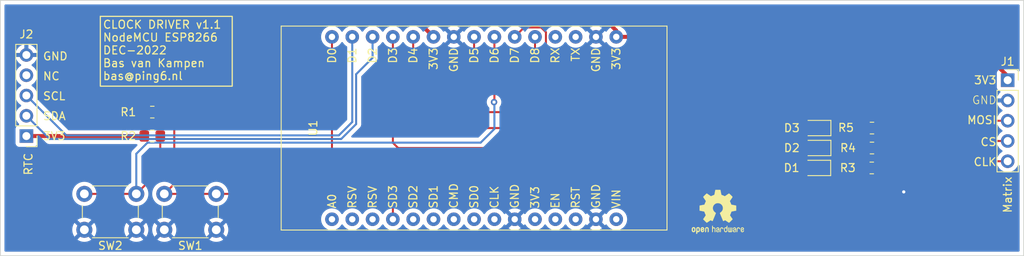
<source format=kicad_pcb>
(kicad_pcb (version 20211014) (generator pcbnew)
  (layers (0 "F.Cu" signal) (31 "B.Cu" signal) (34 "B.Paste" user) (35 "F.Paste" user) (36 "B.SilkS" user "B.Silkscreen") (37 "F.SilkS" user "F.Silkscreen") (38 "B.Mask" user) (39 "F.Mask" user) (44 "Edge.Cuts" user))
  (net 0 "")
  (net 1 "Net-(D1-Pad1)")
  (net 2 "/LED1")
  (net 3 "Net-(D2-Pad1)")
  (net 4 "/LED2")
  (net 5 "Net-(D3-Pad1)")
  (net 6 "/LED3")
  (net 7 "+3.3V")
  (net 8 "GND")
  (net 9 "/MOSI")
  (net 10 "/CS")
  (net 11 "/CLK")
  (net 12 "/SDA")
  (net 13 "/SCL")
  (net 15 "/BTN1")
  (net 16 "/BTN2")
  (footprint "Resistor_SMD:R_0805_2012Metric_Pad1.20x1.40mm_HandSolder" (layer "F.Cu") (at 159.025 84)
    (fp_text reference "R5" (at -3.25 -0.04) (layer "F.SilkS"))
    (fp_text value "330" hide)
    (fp_line (start -0.227064 -0.735) (end 0.227064 -0.735) (layer "F.SilkS") (width 0.12))
    (fp_line (start -0.227064 0.735) (end 0.227064 0.735) (layer "F.SilkS") (width 0.12))
    (pad "1" smd roundrect (at -1 0) (size 1.2 1.4) (layers "F.Cu" "F.Paste" "F.Mask") (roundrect_rratio 0.2083333333) (net 5 "Net-(D3-Pad1)"))
    (pad "2" smd roundrect (at 1 0) (size 1.2 1.4) (layers "F.Cu" "F.Paste" "F.Mask") (roundrect_rratio 0.2083333333) (net 8 "GND"))
  )
  (footprint "Symbol:OSHW-Logo2_7.3x6mm_SilkScreen" (layer "F.Cu") (at 139.75 94.5)
    (fp_text reference "REF**" hide)
    (fp_text value "OSHW-Logo2_7.3x6mm_SilkScreen" hide)
    (fp_poly (pts (xy 2.6526 1.958752) (xy 2.669948 1.966334) (xy 2.711356 1.999128) (xy 2.746765 2.046547) (xy 2.768664 2.097151) (xy 2.772229 2.122098) (xy 2.760279 2.156927) (xy 2.734067 2.175357) (xy 2.705964 2.186516) (xy 2.693095 2.188572) (xy 2.686829 2.173649) (xy 2.674456 2.141175) (xy 2.669028 2.126502) (xy 2.63859 2.075744) (xy 2.59452 2.050427) (xy 2.53801 2.051206) (xy 2.533825 2.052203) (xy 2.503655 2.066507) (xy 2.481476 2.094393) (xy 2.466327 2.139287) (xy 2.45725 2.204615) (xy 2.453286 2.293804) (xy 2.452914 2.341261) (xy 2.45273 2.416071) (xy 2.451522 2.467069) (xy 2.448309 2.499471) (xy 2.442109 2.518495) (xy 2.43194 2.529356) (xy 2.416819 2.537272) (xy 2.415946 2.53767) (xy 2.386828 2.549981) (xy 2.372403 2.554514) (xy 2.370186 2.540809) (xy 2.368289 2.502925) (xy 2.366847 2.445715) (xy 2.365998 2.374027) (xy 2.365829 2.321565) (xy 2.366692 2.220047) (xy 2.37007 2.143032) (xy 2.377142 2.086023) (xy 2.389088 2.044526) (xy 2.40709 2.014043) (xy 2.432327 1.99008) (xy 2.457247 1.973355) (xy 2.517171 1.951097) (xy 2.586911 1.946076) (xy 2.6526 1.958752)) (layer "F.SilkS") (width 0.01) (fill solid))
    (fp_poly (pts (xy 0.10391 -2.757652) (xy 0.182454 -2.757222) (xy 0.239298 -2.756058) (xy 0.278105 -2.753793) (xy 0.302538 -2.75006) (xy 0.316262 -2.744494) (xy 0.32294 -2.736727) (xy 0.326236 -2.726395) (xy 0.326556 -2.725057) (xy 0.331562 -2.700921) (xy 0.340829 -2.653299) (xy 0.353392 -2.587259) (xy 0.368287 -2.507872) (xy 0.384551 -2.420204) (xy 0.385119 -2.417125) (xy 0.40141 -2.331211) (xy 0.416652 -2.255304) (xy 0.429861 -2.193955) (xy 0.440054 -2.151718) (xy 0.446248 -2.133145) (xy 0.446543 -2.132816) (xy 0.464788 -2.123747) (xy 0.502405 -2.108633) (xy 0.551271 -2.090738) (xy 0.551543 -2.090642) (xy 0.613093 -2.067507) (xy 0.685657 -2.038035) (xy 0.754057 -2.008403) (xy 0.757294 -2.006938) (xy 0.868702 -1.956374) (xy 1.115399 -2.12484) (xy 1.191077 -2.176197) (xy 1.259631 -2.222111) (xy 1.317088 -2.25997) (xy 1.359476 -2.287163) (xy 1.382825 -2.301079) (xy 1.385042 -2.302111) (xy 1.40201 -2.297516) (xy 1.433701 -2.275345) (xy 1.481352 -2.234553) (xy 1.546198 -2.174095) (xy 1.612397 -2.109773) (xy 1.676214 -2.046388) (xy 1.733329 -1.988549) (xy 1.780305 -1.939825) (xy 1.813703 -1.90379) (xy 1.830085 -1.884016) (xy 1.830694 -1.882998) (xy 1.832505 -1.869428) (xy 1.825683 -1.847267) (xy 1.80854 -1.813522) (xy 1.779393 -1.7652) (xy 1.736555 -1.699308) (xy 1.679448 -1.614483) (xy 1.628766 -1.539823) (xy 1.583461 -1.47286) (xy 1.54615 -1.417484) (xy 1.519452 -1.37758) (xy 1.505985 -1.357038) (xy 1.505137 -1.355644) (xy 1.506781 -1.335962) (xy 1.519245 -1.297707) (xy 1.540048 -1.248111) (xy 1.547462 -1.232272) (xy 1.579814 -1.16171) (xy 1.614328 -1.081647) (xy 1.642365 -1.012371) (xy 1.662568 -0.960955) (xy 1.678615 -0.921881) (xy 1.687888 -0.901459) (xy 1.689041 -0.899886) (xy 1.706096 -0.897279) (xy 1.746298 -0.890137) (xy 1.804302 -0.879477) (xy 1.874763 -0.866315) (xy 1.952335 -0.851667) (xy 2.031672 -0.836551) (xy 2.107431 -0.821982) (xy 2.174264 -0.808978) (xy 2.226828 -0.798555) (xy 2.259776 -0.79173) (xy 2.267857 -0.789801) (xy 2.276205 -0.785038) (xy 2.282506 -0.774282) (xy 2.287045 -0.753902) (xy 2.290104 -0.720266) (xy 2.291967 -0.669745) (xy 2.292918 -0.598708) (xy 2.29324 -0.503524) (xy 2.293257 -0.464508) (xy 2.293257 -0.147201) (xy 2.217057 -0.132161) (xy 2.174663 -0.124005) (xy 2.1114 -0.112101) (xy 2.034962 -0.097884) (xy 1.953043 -0.08279) (xy 1.9304 -0.078645) (xy 1.854806 -0.063947) (xy 1.788953 -0.049495) (xy 1.738366 -0.036625) (xy 1.708574 -0.026678) (xy 1.703612 -0.023713) (xy 1.691426 -0.002717) (xy 1.673953 0.037967) (xy 1.654577 0.090322) (xy 1.650734 0.1016) (xy 1.625339 0.171523) (xy 1.593817 0.250418) (xy 1.562969 0.321266) (xy 1.562817 0.321595) (xy 1.511447 0.432733) (xy 1.680399 0.681253) (xy 1.849352 0.929772) (xy 1.632429 1.147058) (xy 1.566819 1.211726) (xy 1.506979 1.268733) (xy 1.456267 1.315033) (xy 1.418046 1.347584) (xy 1.395675 1.363343) (xy 1.392466 1.364343) (xy 1.373626 1.356469) (xy 1.33518 1.334578) (xy 1.28133 1.301267) (xy 1.216276 1.259131) (xy 1.14594 1.211943) (xy 1.074555 1.16381) (xy 1.010908 1.121928) (xy 0.959041 1.088871) (xy 0.922995 1.067218) (xy 0.906867 1.059543) (xy 0.887189 1.066037) (xy 0.849875 1.08315) (xy 0.802621 1.107326) (xy 0.797612 1.110013) (xy 0.733977 1.141927) (xy 0.690341 1.157579) (xy 0.663202 1.157745) (xy 0.649057 1.143204) (xy 0.648975 1.143) (xy 0.641905 1.125779) (xy 0.625042 1.084899) (xy 0.599695 1.023525) (xy 0.567171 0.944819) (xy 0.528778 0.851947) (xy 0.485822 0.748072) (xy 0.444222 0.647502) (xy 0.398504 0.536516) (xy 0.356526 0.433703) (xy 0.319548 0.342215) (xy 0.288827 0.265201) (xy 0.265622 0.205815) (xy 0.25119 0.167209) (xy 0.246743 0.1528) (xy 0.257896 0.136272) (xy 0.287069 0.10993) (xy 0.325971 0.080887) (xy 0.436757 -0.010961) (xy 0.523351 -0.116241) (xy 0.584716 -0.232734) (xy 0.619815 -0.358224) (xy 0.627608 -0.490493) (xy 0.621943 -0.551543) (xy 0.591078 -0.678205) (xy 0.53792 -0.790059) (xy 0.465767 -0.885999) (xy 0.377917 -0.964924) (xy 0.277665 -1.02573) (xy 0.16831 -1.067313) (xy 0.053147 -1.088572) (xy -0.064525 -1.088401) (xy -0.18141 -1.065699) (xy -0.294211 -1.019362) (xy -0.399631 -0.948287) (xy -0.443632 -0.908089) (xy -0.528021 -0.804871) (xy -0.586778 -0.692075) (xy -0.620296 -0.57299) (xy -0.628965 -0.450905) (xy -0.613177 -0.329107) (xy -0.573322 -0.210884) (xy -0.509793 -0.099525) (xy -0.422979 0.001684) (xy -0.325971 0.080887) (xy -0.285563 0.111162) (xy -0.257018 0.137219) (xy -0.246743 0.152825) (xy -0.252123 0.169843) (xy -0.267425 0.2105) (xy -0.291388 0.271642) (xy -0.322756 0.350119) (xy -0.360268 0.44278) (xy -0.402667 0.546472) (xy -0.444337 0.647526) (xy -0.49031 0.758607) (xy -0.532893 0.861541) (xy -0.570779 0.953165) (xy -0.60266 1.030316) (xy -0.627229 1.089831) (xy -0.64318 1.128544) (xy -0.64909 1.143) (xy -0.663052 1.157685) (xy -0.69006 1.157642) (xy -0.733587 1.142099) (xy -0.79711 1.110284) (xy -0.797612 1.110013) (xy -0.84544 1.085323) (xy -0.884103 1.067338) (xy -0.905905 1.059614) (xy -0.906867 1.059543) (xy -0.923279 1.067378) (xy -0.959513 1.089165) (xy -1.011526 1.122328) (xy -1.075275 1.164291) (xy -1.14594 1.211943) (xy -1.217884 1.260191) (xy -1.282726 1.302151) (xy -1.336265 1.335227) (xy -1.374303 1.356821) (xy -1.392467 1.364343) (xy -1.409192 1.354457) (xy -1.44282 1.326826) (xy -1.48999 1.284495) (xy -1.547342 1.230505) (xy -1.611516 1.167899) (xy -1.632503 1.146983) (xy -1.849501 0.929623) (xy -1.684332 0.68722) (xy -1.634136 0.612781) (xy -1.590081 0.545972) (xy -1.554638 0.490665) (xy -1.530281 0.450729) (xy -1.519478 0.430036) (xy -1.519162 0.428563) (xy -1.524857 0.409058) (xy -1.540174 0.369822) (xy -1.562463 0.31743) (xy -1.578107 0.282355) (xy -1.607359 0.215201) (xy -1.634906 0.147358) (xy -1.656263 0.090034) (xy -1.662065 0.072572) (xy -1.678548 0.025938) (xy -1.69466 -0.010095) (xy -1.70351 -0.023713) (xy -1.72304 -0.032048) (xy -1.765666 -0.043863) (xy -1.825855 -0.057819) (xy -1.898078 -0.072578) (xy -1.9304 -0.078645) (xy -2.012478 -0.093727) (xy -2.091205 -0.108331) (xy -2.158891 -0.12102) (xy -2.20784 -0.130358) (xy -2.217057 -0.132161) (xy -2.293257 -0.147201) (xy -2.293257 -0.464508) (xy -2.293086 -0.568846) (xy -2.292384 -0.647787) (xy -2.290866 -0.704962) (xy -2.288251 -0.744001) (xy -2.284254 -0.768535) (xy -2.278591 -0.782195) (xy -2.27098 -0.788611) (xy -2.267857 -0.789801) (xy -2.249022 -0.79402) (xy -2.207412 -0.802438) (xy -2.14837 -0.814039) (xy -2.077243 -0.827805) (xy -1.999375 -0.84272) (xy -1.920113 -0.857768) (xy -1.844802 -0.871931) (xy -1.778787 -0.884194) (xy -1.727413 -0.893539) (xy -1.696025 -0.89895) (xy -1.689041 -0.899886) (xy -1.682715 -0.912404) (xy -1.66871 -0.945754) (xy -1.649645 -0.993623) (xy -1.642366 -1.012371) (xy -1.613004 -1.084805) (xy -1.578429 -1.16483) (xy -1.547463 -1.232272) (xy -1.524677 -1.283841) (xy -1.509518 -1.326215) (xy -1.504458 -1.352166) (xy -1.505264 -1.355644) (xy -1.515959 -1.372064) (xy -1.54038 -1.408583) (xy -1.575905 -1.461313) (xy -1.619913 -1.526365) (xy -1.669783 -1.599849) (xy -1.679644 -1.614355) (xy -1.737508 -1.700296) (xy -1.780044 -1.765739) (xy -1.808946 -1.813696) (xy -1.82591 -1.84718) (xy -1.832633 -1.869205) (xy -1.83081 -1.882783) (xy -1.830764 -1.882869) (xy -1.816414 -1.900703) (xy -1.784677 -1.935183) (xy -1.73899 -1.982732) (xy -1.682796 -2.039778) (xy -1.619532 -2.102745) (xy -1.612398 -2.109773) (xy -1.53267 -2.18698) (xy -1.471143 -2.24367) (xy -1.426579 -2.28089) (xy -1.397743 -2.299685) (xy -1.385042 -2.302111) (xy -1.366506 -2.291529) (xy -1.328039 -2.267084) (xy -1.273614 -2.231388) (xy -1.207202 -2.187053) (xy -1.132775 -2.136689) (xy -1.115399 -2.12484) (xy -0.868703 -1.956374) (xy -0.757294 -2.006938) (xy -0.689543 -2.036405) (xy -0.616817 -2.066041) (xy -0.554297 -2.08967) (xy -0.551543 -2.090642) (xy -0.50264 -2.108543) (xy -0.464943 -2.12368) (xy -0.446575 -2.13279) (xy -0.446544 -2.132816) (xy -0.440715 -2.149283) (xy -0.430808 -2.189781) (xy -0.417805 -2.249758) (xy -0.402691 -2.32466) (xy -0.386448 -2.409936) (xy -0.385119 -2.417125) (xy -0.368825 -2.504986) (xy -0.353867 -2.58474) (xy -0.341209 -2.651319) (xy -0.331814 -2.699653) (xy -0.326646 -2.724675) (xy -0.326556 -2.725057) (xy -0.323411 -2.735701) (xy -0.317296 -2.743738) (xy -0.304547 -2.749533) (xy -0.2815 -2.753453) (xy -0.244491 -2.755865) (xy -0.189856 -2.757135) (xy -0.113933 -2.757629) (xy -0.013056 -2.757714) (xy 0 -2.757714) (xy 0.10391 -2.757652)) (layer "F.SilkS") (width 0.01) (fill solid))
    (fp_poly (pts (xy -1.283907 1.92778) (xy -1.237328 1.954723) (xy -1.204943 1.981466) (xy -1.181258 2.009484) (xy -1.164941 2.043748) (xy -1.154661 2.089227) (xy -1.149086 2.150892) (xy -1.146884 2.233711) (xy -1.146629 2.293246) (xy -1.146629 2.512391) (xy -1.208314 2.540044) (xy -1.27 2.567697) (xy -1.277257 2.32767) (xy -1.280256 2.238028) (xy -1.283402 2.172962) (xy -1.287299 2.128026) (xy -1.292553 2.09877) (xy -1.299769 2.080748) (xy -1.30955 2.069511) (xy -1.312688 2.067079) (xy -1.360239 2.048083) (xy -1.408303 2.0556) (xy -1.436914 2.075543) (xy -1.448553 2.089675) (xy -1.456609 2.10822) (xy -1.461729 2.136334) (xy -1.464559 2.179173) (xy -1.465744 2.241895) (xy -1.465943 2.307261) (xy -1.465982 2.389268) (xy -1.467386 2.447316) (xy -1.472086 2.486465) (xy -1.482013 2.51178) (xy -1.499097 2.528323) (xy -1.525268 2.541156) (xy -1.560225 2.554491) (xy -1.598404 2.569007) (xy -1.593859 2.311389) (xy -1.592029 2.218519) (xy -1.589888 2.149889) (xy -1.586819 2.100711) (xy -1.582206 2.066198) (xy -1.575432 2.041562) (xy -1.565881 2.022016) (xy -1.554366 2.00477) (xy -1.49881 1.94968) (xy -1.43102 1.917822) (xy -1.357287 1.910191) (xy -1.283907 1.92778)) (layer "F.SilkS") (width 0.01) (fill solid))
    (fp_poly (pts (xy 0.039744 1.950968) (xy 0.096616 1.972087) (xy 0.097267 1.972493) (xy 0.13244 1.99838) (xy 0.158407 2.028633) (xy 0.17667 2.068058) (xy 0.188732 2.121462) (xy 0.196096 2.193651) (xy 0.200264 2.289432) (xy 0.200629 2.303078) (xy 0.205876 2.508842) (xy 0.161716 2.531678) (xy 0.129763 2.54711) (xy 0.11047 2.554423) (xy 0.109578 2.554514) (xy 0.106239 2.541022) (xy 0.103587 2.504626) (xy 0.101956 2.451452) (xy 0.1016 2.408393) (xy 0.101592 2.338641) (xy 0.098403 2.294837) (xy 0.087288 2.273944) (xy 0.063501 2.272925) (xy 0.022296 2.288741) (xy -0.039914 2.317815) (xy -0.085659 2.341963) (xy -0.109187 2.362913) (xy -0.116104 2.385747) (xy -0.116114 2.386877) (xy -0.104701 2.426212) (xy -0.070908 2.447462) (xy -0.019191 2.450539) (xy 0.018061 2.450006) (xy 0.037703 2.460735) (xy 0.049952 2.486505) (xy 0.057002 2.519337) (xy 0.046842 2.537966) (xy 0.043017 2.540632) (xy 0.007001 2.55134) (xy -0.043434 2.552856) (xy -0.095374 2.545759) (xy -0.132178 2.532788) (xy -0.183062 2.489585) (xy -0.211986 2.429446) (xy -0.217714 2.382462) (xy -0.213343 2.340082) (xy -0.197525 2.305488) (xy -0.166203 2.274763) (xy -0.115322 2.24399) (xy -0.040824 2.209252) (xy -0.036286 2.207288) (xy 0.030821 2.176287) (xy 0.072232 2.150862) (xy 0.089981 2.128014) (xy 0.086107 2.104745) (xy 0.062643 2.078056) (xy 0.055627 2.071914) (xy 0.00863 2.0481) (xy -0.040067 2.049103) (xy -0.082478 2.072451) (xy -0.110616 2.115675) (xy -0.113231 2.12416) (xy -0.138692 2.165308) (xy -0.170999 2.185128) (xy -0.217714 2.20477) (xy -0.217714 2.15395) (xy -0.203504 2.080082) (xy -0.161325 2.012327) (xy -0.139376 1.989661) (xy -0.089483 1.960569) (xy -0.026033 1.9474) (xy 0.039744 1.950968)) (layer "F.SilkS") (width 0.01) (fill solid))
    (fp_poly (pts (xy 2.144876 1.956335) (xy 2.186667 1.975344) (xy 2.219469 1.998378) (xy 2.243503 2.024133) (xy 2.260097 2.057358) (xy 2.270577 2.1028) (xy 2.276271 2.165207) (xy 2.278507 2.249327) (xy 2.278743 2.304721) (xy 2.278743 2.520826) (xy 2.241774 2.53767) (xy 2.212656 2.549981) (xy 2.198231 2.554514) (xy 2.195472 2.541025) (xy 2.193282 2.504653) (xy 2.191942 2.451542) (xy 2.191657 2.409372) (xy 2.190434 2.348447) (xy 2.187136 2.300115) (xy 2.182321 2.270518) (xy 2.178496 2.264229) (xy 2.152783 2.270652) (xy 2.112418 2.287125) (xy 2.065679 2.309458) (xy 2.020845 2.333457) (xy 1.986193 2.35493) (xy 1.970002 2.369685) (xy 1.969938 2.369845) (xy 1.97133 2.397152) (xy 1.983818 2.423219) (xy 2.005743 2.444392) (xy 2.037743 2.451474) (xy 2.065092 2.450649) (xy 2.103826 2.450042) (xy 2.124158 2.459116) (xy 2.136369 2.483092) (xy 2.137909 2.487613) (xy 2.143203 2.521806) (xy 2.129047 2.542568) (xy 2.092148 2.552462) (xy 2.052289 2.554292) (xy 1.980562 2.540727) (xy 1.943432 2.521355) (xy 1.897576 2.475845) (xy 1.873256 2.419983) (xy 1.871073 2.360957) (xy 1.891629 2.305953) (xy 1.922549 2.271486) (xy 1.95342 2.252189) (xy 2.001942 2.227759) (xy 2.058485 2.202985) (xy 2.06791 2.199199) (xy 2.130019 2.171791) (xy 2.165822 2.147634) (xy 2.177337 2.123619) (xy 2.16658 2.096635) (xy 2.148114 2.075543) (xy 2.104469 2.049572) (xy 2.056446 2.047624) (xy 2.012406 2.067637) (xy 1.980709 2.107551) (xy 1.976549 2.117848) (xy 1.952327 2.155724) (xy 1.916965 2.183842) (xy 1.872343 2.206917) (xy 1.872343 2.141485) (xy 1.874969 2.101506) (xy 1.88623 2.069997) (xy 1.911199 2.036378) (xy 1.935169 2.010484) (xy 1.972441 1.973817) (xy 2.001401 1.954121) (xy 2.032505 1.94622) (xy 2.067713 1.944914) (xy 2.144876 1.956335)) (layer "F.SilkS") (width 0.01) (fill solid))
    (fp_poly (pts (xy -2.400256 1.919918) (xy -2.344799 1.947568) (xy -2.295852 1.99848) (xy -2.282371 2.017338) (xy -2.267686 2.042015) (xy -2.258158 2.068816) (xy -2.252707 2.104587) (xy -2.250253 2.156169) (xy -2.249714 2.224267) (xy -2.252148 2.317588) (xy -2.260606 2.387657) (xy -2.276826 2.439931) (xy -2.302546 2.479869) (xy -2.339503 2.512929) (xy -2.342218 2.514886) (xy -2.37864 2.534908) (xy -2.422498 2.544815) (xy -2.478276 2.547257) (xy -2.568952 2.547257) (xy -2.56899 2.635283) (xy -2.569834 2.684308) (xy -2.574976 2.713065) (xy -2.588413 2.730311) (xy -2.614142 2.744808) (xy -2.620321 2.747769) (xy -2.649236 2.761648) (xy -2.671624 2.770414) (xy -2.688271 2.771171) (xy -2.699964 2.761023) (xy -2.70749 2.737073) (xy -2.711634 2.696426) (xy -2.713185 2.636186) (xy -2.712929 2.553455) (xy -2.711651 2.445339) (xy -2.711252 2.413) (xy -2.709815 2.301524) (xy -2.708528 2.228603) (xy -2.569029 2.228603) (xy -2.568245 2.290499) (xy -2.56476 2.330997) (xy -2.556876 2.357708) (xy -2.542895 2.378244) (xy -2.533403 2.38826) (xy -2.494596 2.417567) (xy -2.460237 2.419952) (xy -2.424784 2.39575) (xy -2.423886 2.394857) (xy -2.409461 2.376153) (xy -2.400687 2.350732) (xy -2.396261 2.311584) (xy -2.394882 2.251697) (xy -2.394857 2.23843) (xy -2.398188 2.155901) (xy -2.409031 2.098691) (xy -2.42866 2.063766) (xy -2.45835 2.048094) (xy -2.475509 2.046514) (xy -2.516234 2.053926) (xy -2.544168 2.07833) (xy -2.560983 2.12298) (xy -2.56835 2.19113) (xy -2.569029 2.228603) (xy -2.708528 2.228603) (xy -2.708292 2.215245) (xy -2.706323 2.150333) (xy -2.70355 2.102958) (xy -2.699612 2.06929) (xy -2.694151 2.045498) (xy -2.686808 2.027753) (xy -2.677223 2.012224) (xy -2.673113 2.006381) (xy -2.618595 1.951185) (xy -2.549664 1.91989) (xy -2.469928 1.911165) (xy -2.400256 1.919918)) (layer "F.SilkS") (width 0.01) (fill solid))
    (fp_poly (pts (xy 0.529926 1.949755) (xy 0.595858 1.974084) (xy 0.649273 2.017117) (xy 0.670164 2.047409) (xy 0.692939 2.102994) (xy 0.692466 2.143186) (xy 0.668562 2.170217) (xy 0.659717 2.174813) (xy 0.62153 2.189144) (xy 0.602028 2.185472) (xy 0.595422 2.161407) (xy 0.595086 2.148114) (xy 0.582992 2.09921) (xy 0.551471 2.064999) (xy 0.507659 2.048476) (xy 0.458695 2.052634) (xy 0.418894 2.074227) (xy 0.40545 2.086544) (xy 0.395921 2.101487) (xy 0.389485 2.124075) (xy 0.385317 2.159328) (xy 0.382597 2.212266) (xy 0.380502 2.287907) (xy 0.37996 2.311857) (xy 0.377981 2.39379) (xy 0.375731 2.451455) (xy 0.372357 2.489608) (xy 0.367006 2.513004) (xy 0.358824 2.526398) (xy 0.346959 2.534545) (xy 0.339362 2.538144) (xy 0.307102 2.550452) (xy 0.288111 2.554514) (xy 0.281836 2.540948) (xy 0.278006 2.499934) (xy 0.2766 2.430999) (xy 0.277598 2.333669) (xy 0.277908 2.318657) (xy 0.280101 2.229859) (xy 0.282693 2.165019) (xy 0.286382 2.119067) (xy 0.291864 2.086935) (xy 0.299835 2.063553) (xy 0.310993 2.043852) (xy 0.31683 2.03541) (xy 0.350296 1.998057) (xy 0.387727 1.969003) (xy 0.392309 1.966467) (xy 0.459426 1.946443) (xy 0.529926 1.949755)) (layer "F.SilkS") (width 0.01) (fill solid))
    (fp_poly (pts (xy -1.831697 1.931239) (xy -1.774473 1.969735) (xy -1.730251 2.025335) (xy -1.703833 2.096086) (xy -1.69849 2.148162) (xy -1.699097 2.169893) (xy -1.704178 2.186531) (xy -1.718145 2.201437) (xy -1.745411 2.217973) (xy -1.790388 2.239498) (xy -1.857489 2.269374) (xy -1.857829 2.269524) (xy -1.919593 2.297813) (xy -1.970241 2.322933) (xy -2.004596 2.342179) (xy -2.017482 2.352848) (xy -2.017486 2.352934) (xy -2.006128 2.376166) (xy -1.979569 2.401774) (xy -1.949077 2.420221) (xy -1.93363 2.423886) (xy -1.891485 2.411212) (xy -1.855192 2.379471) (xy -1.837483 2.344572) (xy -1.820448 2.318845) (xy -1.787078 2.289546) (xy -1.747851 2.264235) (xy -1.713244 2.250471) (xy -1.706007 2.249714) (xy -1.697861 2.26216) (xy -1.69737 2.293972) (xy -1.703357 2.336866) (xy -1.714643 2.382558) (xy -1.73005 2.422761) (xy -1.730829 2.424322) (xy -1.777196 2.489062) (xy -1.837289 2.533097) (xy -1.905535 2.554711) (xy -1.976362 2.552185) (xy -2.044196 2.523804) (xy -2.047212 2.521808) (xy -2.100573 2.473448) (xy -2.13566 2.410352) (xy -2.155078 2.327387) (xy -2.157684 2.304078) (xy -2.162299 2.194055) (xy -2.156767 2.142748) (xy -2.017486 2.142748) (xy -2.015676 2.174753) (xy -2.005778 2.184093) (xy -1.981102 2.177105) (xy -1.942205 2.160587) (xy -1.898725 2.139881) (xy -1.897644 2.139333) (xy -1.860791 2.119949) (xy -1.846 2.107013) (xy -1.849647 2.093451) (xy -1.865005 2.075632) (xy -1.904077 2.049845) (xy -1.946154 2.04795) (xy -1.983897 2.066717) (xy -2.009966 2.102915) (xy -2.017486 2.142748) (xy -2.156767 2.142748) (xy -2.152806 2.106027) (xy -2.12845 2.036212) (xy -2.094544 1.987302) (xy -2.033347 1.937878) (xy -1.965937 1.913359) (xy -1.89712 1.911797) (xy -1.831697 1.931239)) (layer "F.SilkS") (width 0.01) (fill solid))
    (fp_poly (pts (xy 1.779833 1.958663) (xy 1.782048 1.99685) (xy 1.783784 2.054886) (xy 1.784899 2.12818) (xy 1.785257 2.205055) (xy 1.785257 2.465196) (xy 1.739326 2.511127) (xy 1.707675 2.539429) (xy 1.67989 2.550893) (xy 1.641915 2.550168) (xy 1.62684 2.548321) (xy 1.579726 2.542948) (xy 1.540756 2.539869) (xy 1.531257 2.539585) (xy 1.499233 2.541445) (xy 1.453432 2.546114) (xy 1.435674 2.548321) (xy 1.392057 2.551735) (xy 1.362745 2.54432) (xy 1.33368 2.521427) (xy 1.323188 2.511127) (xy 1.277257 2.465196) (xy 1.277257 1.978602) (xy 1.314226 1.961758) (xy 1.346059 1.949282) (xy 1.364683 1.944914) (xy 1.369458 1.958718) (xy 1.373921 1.997286) (xy 1.377775 2.056356) (xy 1.380722 2.131663) (xy 1.382143 2.195286) (xy 1.386114 2.445657) (xy 1.420759 2.450556) (xy 1.452268 2.447131) (xy 1.467708 2.436041) (xy 1.472023 2.415308) (xy 1.475708 2.371145) (xy 1.478469 2.309146) (xy 1.480012 2.234909) (xy 1.480235 2.196706) (xy 1.480457 1.976783) (xy 1.526166 1.960849) (xy 1.558518 1.950015) (xy 1.576115 1.944962) (xy 1.576623 1.944914) (xy 1.578388 1.958648) (xy 1.580329 1.99673) (xy 1.582282 2.054482) (xy 1.584084 2.127227) (xy 1.585343 2.195286) (xy 1.589314 2.445657) (xy 1.6764 2.445657) (xy 1.680396 2.21724) (xy 1.684392 1.988822) (xy 1.726847 1.966868) (xy 1.758192 1.951793) (xy 1.776744 1.944951) (xy 1.777279 1.944914) (xy 1.779833 1.958663)) (layer "F.SilkS") (width 0.01) (fill solid))
    (fp_poly (pts (xy 3.153595 1.966966) (xy 3.211021 2.004497) (xy 3.238719 2.038096) (xy 3.260662 2.099064) (xy 3.262405 2.147308) (xy 3.258457 2.211816) (xy 3.109686 2.276934) (xy 3.037349 2.310202) (xy 2.990084 2.336964) (xy 2.965507 2.360144) (xy 2.961237 2.382667) (xy 2.974889 2.407455) (xy 2.989943 2.423886) (xy 3.033746 2.450235) (xy 3.081389 2.452081) (xy 3.125145 2.431546) (xy 3.157289 2.390752) (xy 3.163038 2.376347) (xy 3.190576 2.331356) (xy 3.222258 2.312182) (xy 3.265714 2.295779) (xy 3.265714 2.357966) (xy 3.261872 2.400283) (xy 3.246823 2.435969) (xy 3.21528 2.476943) (xy 3.210592 2.482267) (xy 3.175506 2.51872) (xy 3.145347 2.538283) (xy 3.107615 2.547283) (xy 3.076335 2.55023) (xy 3.020385 2.550965) (xy 2.980555 2.54166) (xy 2.955708 2.527846) (xy 2.916656 2.497467) (xy 2.889625 2.464613) (xy 2.872517 2.423294) (xy 2.863238 2.367521) (xy 2.859693 2.291305) (xy 2.85941 2.252622) (xy 2.860372 2.206247) (xy 2.948007 2.206247) (xy 2.949023 2.231126) (xy 2.951556 2.2352) (xy 2.968274 2.229665) (xy 3.004249 2.215017) (xy 3.052331 2.19419) (xy 3.062386 2.189714) (xy 3.123152 2.158814) (xy 3.156632 2.131657) (xy 3.16399 2.10622) (xy 3.146391 2.080481) (xy 3.131856 2.069109) (xy 3.07941 2.046364) (xy 3.030322 2.050122) (xy 2.989227 2.077884) (xy 2.960758 2.127152) (xy 2.951631 2.166257) (xy 2.948007 2.206247) (xy 2.860372 2.206247) (xy 2.861285 2.162249) (xy 2.868196 2.095384) (xy 2.881884 2.046695) (xy 2.904096 2.010849) (xy 2.936574 1.982513) (xy 2.950733 1.973355) (xy 3.015053 1.949507) (xy 3.085473 1.948006) (xy 3.153595 1.966966)) (layer "F.SilkS") (width 0.01) (fill solid))
    (fp_poly (pts (xy -0.624114 1.851289) (xy -0.619861 1.910613) (xy -0.614975 1.945572) (xy -0.608205 1.96082) (xy -0.598298 1.961015) (xy -0.595086 1.959195) (xy -0.552356 1.946015) (xy -0.496773 1.946785) (xy -0.440263 1.960333) (xy -0.404918 1.977861) (xy -0.368679 2.005861) (xy -0.342187 2.037549) (xy -0.324001 2.077813) (xy -0.312678 2.131543) (xy -0.306778 2.203626) (xy -0.304857 2.298951) (xy -0.304823 2.317237) (xy -0.3048 2.522646) (xy -0.350509 2.53858) (xy -0.382973 2.54942) (xy -0.400785 2.554468) (xy -0.401309 2.554514) (xy -0.403063 2.540828) (xy -0.404556 2.503076) (xy -0.405674 2.446224) (xy -0.406303 2.375234) (xy -0.4064 2.332073) (xy -0.406602 2.246973) (xy -0.407642 2.185981) (xy -0.410169 2.144177) (xy -0.414836 2.116642) (xy -0.422293 2.098456) (xy -0.433189 2.084698) (xy -0.439993 2.078073) (xy -0.486728 2.051375) (xy -0.537728 2.049375) (xy -0.583999 2.071955) (xy -0.592556 2.080107) (xy -0.605107 2.095436) (xy -0.613812 2.113618) (xy -0.619369 2.139909) (xy -0.622474 2.179562) (xy -0.623824 2.237832) (xy -0.624114 2.318173) (xy -0.624114 2.522646) (xy -0.669823 2.53858) (xy -0.702287 2.54942) (xy -0.720099 2.554468) (xy -0.720623 2.554514) (xy -0.721963 2.540623) (xy -0.723172 2.501439) (xy -0.724199 2.4407) (xy -0.724998 2.362141) (xy -0.725519 2.269498) (xy -0.725714 2.166509) (xy -0.725714 1.769342) (xy -0.678543 1.749444) (xy -0.631371 1.729547) (xy -0.624114 1.851289)) (layer "F.SilkS") (width 0.01) (fill solid))
    (fp_poly (pts (xy -2.958885 1.921962) (xy -2.890855 1.957733) (xy -2.840649 2.015301) (xy -2.822815 2.052312) (xy -2.808937 2.107882) (xy -2.801833 2.178096) (xy -2.80116 2.254727) (xy -2.806573 2.329552) (xy -2.81773 2.394342) (xy -2.834286 2.440873) (xy -2.839374 2.448887) (xy -2.899645 2.508707) (xy -2.971231 2.544535) (xy -3.048908 2.55502) (xy -3.127452 2.53881) (xy -3.149311 2.529092) (xy -3.191878 2.499143) (xy -3.229237 2.459433) (xy -3.232768 2.454397) (xy -3.247119 2.430124) (xy -3.256606 2.404178) (xy -3.26221 2.370022) (xy -3.264914 2.321119) (xy -3.265701 2.250935) (xy -3.265714 2.2352) (xy -3.265678 2.230192) (xy -3.120571 2.230192) (xy -3.119727 2.29643) (xy -3.116404 2.340386) (xy -3.109417 2.368779) (xy -3.097584 2.388325) (xy -3.091543 2.394857) (xy -3.056814 2.41968) (xy -3.023097 2.418548) (xy -2.989005 2.397016) (xy -2.968671 2.374029) (xy -2.956629 2.340478) (xy -2.949866 2.287569) (xy -2.949402 2.281399) (xy -2.948248 2.185513) (xy -2.960312 2.114299) (xy -2.98543 2.068194) (xy -3.02344 2.047635) (xy -3.037008 2.046514) (xy -3.072636 2.052152) (xy -3.097006 2.071686) (xy -3.111907 2.109042) (xy -3.119125 2.16815) (xy -3.120571 2.230192) (xy -3.265678 2.230192) (xy -3.265174 2.160413) (xy -3.262904 2.108159) (xy -3.257932 2.071949) (xy -3.249287 2.045299) (xy -3.235995 2.021722) (xy -3.233057 2.017338) (xy -3.183687 1.958249) (xy -3.129891 1.923947) (xy -3.064398 1.910331) (xy -3.042158 1.909665) (xy -2.958885 1.921962)) (layer "F.SilkS") (width 0.01) (fill solid))
    (fp_poly (pts (xy 1.190117 2.065358) (xy 1.189933 2.173837) (xy 1.189219 2.257287) (xy 1.187675 2.319704) (xy 1.185001 2.365085) (xy 1.180894 2.397429) (xy 1.175055 2.420733) (xy 1.167182 2.438995) (xy 1.161221 2.449418) (xy 1.111855 2.505945) (xy 1.049264 2.541377) (xy 0.980013 2.55409) (xy 0.910668 2.542463) (xy 0.869375 2.521568) (xy 0.826025 2.485422) (xy 0.796481 2.441276) (xy 0.778655 2.383462) (xy 0.770463 2.306313) (xy 0.769302 2.249714) (xy 0.769458 2.245647) (xy 0.870857 2.245647) (xy 0.871476 2.31055) (xy 0.874314 2.353514) (xy 0.88084 2.381622) (xy 0.892523 2.401953) (xy 0.906483 2.417288) (xy 0.953365 2.44689) (xy 1.003701 2.449419) (xy 1.051276 2.424705) (xy 1.054979 2.421356) (xy 1.070783 2.403935) (xy 1.080693 2.383209) (xy 1.086058 2.352362) (xy 1.088228 2.304577) (xy 1.088571 2.251748) (xy 1.087827 2.185381) (xy 1.084748 2.141106) (xy 1.078061 2.112009) (xy 1.066496 2.091173) (xy 1.057013 2.080107) (xy 1.01296 2.052198) (xy 0.962224 2.048843) (xy 0.913796 2.070159) (xy 0.90445 2.078073) (xy 0.88854 2.095647) (xy 0.87861 2.116587) (xy 0.873278 2.147782) (xy 0.871163 2.196122) (xy 0.870857 2.245647) (xy 0.769458 2.245647) (xy 0.77281 2.158568) (xy 0.784726 2.090086) (xy 0.807135 2.0386) (xy 0.842124 1.998443) (xy 0.869375 1.977861) (xy 0.918907 1.955625) (xy 0.976316 1.945304) (xy 1.029682 1.948067) (xy 1.059543 1.959212) (xy 1.071261 1.962383) (xy 1.079037 1.950557) (xy 1.084465 1.918866) (xy 1.088571 1.870593) (xy 1.093067 1.816829) (xy 1.099313 1.784482) (xy 1.110676 1.765985) (xy 1.130528 1.75377) (xy 1.143 1.748362) (xy 1.190171 1.728601) (xy 1.190117 2.065358)) (layer "F.SilkS") (width 0.01) (fill solid))
  )
  (footprint "Resistor_SMD:R_0805_2012Metric_Pad1.20x1.40mm_HandSolder" (layer "F.Cu") (at 69 85)
    (fp_text reference "R2" (at -3 0) (layer "F.SilkS"))
    (fp_text value "1K" hide)
    (fp_line (start -0.227064 -0.735) (end 0.227064 -0.735) (layer "F.SilkS") (width 0.12))
    (fp_line (start -0.227064 0.735) (end 0.227064 0.735) (layer "F.SilkS") (width 0.12))
    (pad "1" smd roundrect (at -1 0) (size 1.2 1.4) (layers "F.Cu" "F.Paste" "F.Mask") (roundrect_rratio 0.2083333333) (net 7 "+3.3V"))
    (pad "2" smd roundrect (at 1 0) (size 1.2 1.4) (layers "F.Cu" "F.Paste" "F.Mask") (roundrect_rratio 0.2083333333) (net 16 "/BTN2"))
  )
  (footprint "Resistor_SMD:R_0805_2012Metric_Pad1.20x1.40mm_HandSolder" (layer "F.Cu") (at 159.025 86.5)
    (fp_text reference "R4" (at -3 0) (layer "F.SilkS"))
    (fp_text value "330" hide)
    (fp_line (start -0.227064 -0.735) (end 0.227064 -0.735) (layer "F.SilkS") (width 0.12))
    (fp_line (start -0.227064 0.735) (end 0.227064 0.735) (layer "F.SilkS") (width 0.12))
    (pad "1" smd roundrect (at -1 0) (size 1.2 1.4) (layers "F.Cu" "F.Paste" "F.Mask") (roundrect_rratio 0.2083333333) (net 3 "Net-(D2-Pad1)"))
    (pad "2" smd roundrect (at 1 0) (size 1.2 1.4) (layers "F.Cu" "F.Paste" "F.Mask") (roundrect_rratio 0.2083333333) (net 8 "GND"))
  )
  (footprint "LED_SMD:LED_0805_2012Metric_Pad1.15x1.40mm_HandSolder" (layer "F.Cu") (at 152 89 180)
    (fp_text reference "D1" (at 3.025 0) (layer "F.SilkS"))
    (fp_text value "LED" hide)
    (fp_line (start -1.86 0.96) (end 1 0.96) (layer "F.SilkS") (width 0.12))
    (fp_line (start 1 -0.96) (end -1.86 -0.96) (layer "F.SilkS") (width 0.12))
    (fp_line (start -1.86 -0.96) (end -1.86 0.96) (layer "F.SilkS") (width 0.12))
    (pad "1" smd roundrect (at -1.025 0 180) (size 1.15 1.4) (layers "F.Cu" "F.Paste" "F.Mask") (roundrect_rratio 0.2173913043) (net 1 "Net-(D1-Pad1)"))
    (pad "2" smd roundrect (at 1.025 0 180) (size 1.15 1.4) (layers "F.Cu" "F.Paste" "F.Mask") (roundrect_rratio 0.2173913043) (net 2 "/LED1"))
  )
  (footprint "Resistor_SMD:R_0805_2012Metric_Pad1.20x1.40mm_HandSolder" (layer "F.Cu") (at 69 82)
    (fp_text reference "R1" (at -3 0) (layer "F.SilkS"))
    (fp_text value "1K" hide)
    (fp_line (start -0.227064 -0.735) (end 0.227064 -0.735) (layer "F.SilkS") (width 0.12))
    (fp_line (start -0.227064 0.735) (end 0.227064 0.735) (layer "F.SilkS") (width 0.12))
    (pad "1" smd roundrect (at -1 0) (size 1.2 1.4) (layers "F.Cu" "F.Paste" "F.Mask") (roundrect_rratio 0.2083333333) (net 7 "+3.3V"))
    (pad "2" smd roundrect (at 1 0) (size 1.2 1.4) (layers "F.Cu" "F.Paste" "F.Mask") (roundrect_rratio 0.2083333333) (net 15 "/BTN1"))
  )
  (footprint "Button_Switch_THT:SW_PUSH_6mm_H5mm" (layer "F.Cu") (at 67 96.75 180)
    (fp_text reference "SW2" (at 3.25 -2) (layer "F.SilkS"))
    (fp_text value "SW_Push" hide)
    (fp_line (start -0.25 1.5) (end -0.25 3) (layer "F.SilkS") (width 0.12))
    (fp_line (start 5.5 -1) (end 1 -1) (layer "F.SilkS") (width 0.12))
    (fp_line (start 1 5.5) (end 5.5 5.5) (layer "F.SilkS") (width 0.12))
    (fp_line (start 6.75 3) (end 6.75 1.5) (layer "F.SilkS") (width 0.12))
    (pad "1" thru_hole circle (at 6.5 0 270) (size 2 2) (drill 1.1) (layers *.Cu *.Mask) (net 8 "GND"))
    (pad "1" thru_hole circle (at 0 0 270) (size 2 2) (drill 1.1) (layers *.Cu *.Mask) (net 8 "GND"))
    (pad "2" thru_hole circle (at 6.5 4.5 270) (size 2 2) (drill 1.1) (layers *.Cu *.Mask) (net 16 "/BTN2"))
    (pad "2" thru_hole circle (at 0 4.5 270) (size 2 2) (drill 1.1) (layers *.Cu *.Mask) (net 16 "/BTN2"))
  )
  (footprint "Button_Switch_THT:SW_PUSH_6mm_H5mm" (layer "F.Cu") (at 77 96.75 180)
    (fp_text reference "SW1" (at 3.25 -2) (layer "F.SilkS"))
    (fp_text value "SW_Push" hide)
    (fp_line (start 1 5.5) (end 5.5 5.5) (layer "F.SilkS") (width 0.12))
    (fp_line (start 5.5 -1) (end 1 -1) (layer "F.SilkS") (width 0.12))
    (fp_line (start 6.75 3) (end 6.75 1.5) (layer "F.SilkS") (width 0.12))
    (fp_line (start -0.25 1.5) (end -0.25 3) (layer "F.SilkS") (width 0.12))
    (pad "1" thru_hole circle (at 6.5 0 270) (size 2 2) (drill 1.1) (layers *.Cu *.Mask) (net 8 "GND"))
    (pad "1" thru_hole circle (at 0 0 270) (size 2 2) (drill 1.1) (layers *.Cu *.Mask) (net 8 "GND"))
    (pad "2" thru_hole circle (at 6.5 4.5 270) (size 2 2) (drill 1.1) (layers *.Cu *.Mask) (net 15 "/BTN1"))
    (pad "2" thru_hole circle (at 0 4.5 270) (size 2 2) (drill 1.1) (layers *.Cu *.Mask) (net 15 "/BTN1"))
  )
  (footprint "LED_SMD:LED_0805_2012Metric_Pad1.15x1.40mm_HandSolder" (layer "F.Cu") (at 152.025 86.5 180)
    (fp_text reference "D2" (at 3.025 0) (layer "F.SilkS"))
    (fp_text value "LED" hide)
    (fp_line (start -1.86 0.96) (end 1 0.96) (layer "F.SilkS") (width 0.12))
    (fp_line (start -1.86 -0.96) (end -1.86 0.96) (layer "F.SilkS") (width 0.12))
    (fp_line (start 1 -0.96) (end -1.86 -0.96) (layer "F.SilkS") (width 0.12))
    (pad "1" smd roundrect (at -1.025 0 180) (size 1.15 1.4) (layers "F.Cu" "F.Paste" "F.Mask") (roundrect_rratio 0.2173913043) (net 3 "Net-(D2-Pad1)"))
    (pad "2" smd roundrect (at 1.025 0 180) (size 1.15 1.4) (layers "F.Cu" "F.Paste" "F.Mask") (roundrect_rratio 0.2173913043) (net 4 "/LED2"))
  )
  (footprint "Connector_PinHeader_2.54mm:PinHeader_1x05_P2.54mm_Vertical" (layer "F.Cu") (at 53.25 85 180)
    (fp_text reference "J2" (at 0 12.75) (layer "F.SilkS"))
    (fp_text value "Conn_01x05_Male" hide)
    (fp_line (start -1.33 0) (end -1.33 -1.33) (layer "F.SilkS") (width 0.12))
    (fp_line (start -1.33 11.49) (end 1.33 11.49) (layer "F.SilkS") (width 0.12))
    (fp_line (start 1.33 1.27) (end 1.33 11.49) (layer "F.SilkS") (width 0.12))
    (fp_line (start -1.33 1.27) (end -1.33 11.49) (layer "F.SilkS") (width 0.12))
    (fp_line (start -1.33 -1.33) (end 0 -1.33) (layer "F.SilkS") (width 0.12))
    (fp_line (start -1.33 1.27) (end 1.33 1.27) (layer "F.SilkS") (width 0.12))
    (pad "1" thru_hole rect (at 0 0 180) (size 1.7 1.7) (drill 1) (layers *.Cu *.Mask) (net 7 "+3.3V"))
    (pad "2" thru_hole oval (at 0 2.54 180) (size 1.7 1.7) (drill 1) (layers *.Cu *.Mask) (net 12 "/SDA"))
    (pad "3" thru_hole oval (at 0 5.08 180) (size 1.7 1.7) (drill 1) (layers *.Cu *.Mask) (net 13 "/SCL"))
    (pad "4" thru_hole oval (at 0 7.62 180) (size 1.7 1.7) (drill 1) (layers *.Cu *.Mask))
    (pad "5" thru_hole oval (at 0 10.16 180) (size 1.7 1.7) (drill 1) (layers *.Cu *.Mask) (net 8 "GND"))
  )
  (footprint "Resistor_SMD:R_0805_2012Metric_Pad1.20x1.40mm_HandSolder" (layer "F.Cu") (at 159 89)
    (fp_text reference "R3" (at -3 0) (layer "F.SilkS"))
    (fp_text value "330" hide)
    (fp_line (start -0.227064 -0.735) (end 0.227064 -0.735) (layer "F.SilkS") (width 0.12))
    (fp_line (start -0.227064 0.735) (end 0.227064 0.735) (layer "F.SilkS") (width 0.12))
    (pad "1" smd roundrect (at -1 0) (size 1.2 1.4) (layers "F.Cu" "F.Paste" "F.Mask") (roundrect_rratio 0.2083333333) (net 1 "Net-(D1-Pad1)"))
    (pad "2" smd roundrect (at 1 0) (size 1.2 1.4) (layers "F.Cu" "F.Paste" "F.Mask") (roundrect_rratio 0.2083333333) (net 8 "GND"))
  )
  (footprint "LED_SMD:LED_0805_2012Metric_Pad1.15x1.40mm_HandSolder" (layer "F.Cu") (at 152.025 84 180)
    (fp_text reference "D3" (at 3.025 0) (layer "F.SilkS"))
    (fp_text value "LED" hide)
    (fp_line (start -1.86 0.96) (end 1 0.96) (layer "F.SilkS") (width 0.12))
    (fp_line (start -1.86 -0.96) (end -1.86 0.96) (layer "F.SilkS") (width 0.12))
    (fp_line (start 1 -0.96) (end -1.86 -0.96) (layer "F.SilkS") (width 0.12))
    (pad "1" smd roundrect (at -1.025 0 180) (size 1.15 1.4) (layers "F.Cu" "F.Paste" "F.Mask") (roundrect_rratio 0.2173913043) (net 5 "Net-(D3-Pad1)"))
    (pad "2" smd roundrect (at 1.025 0 180) (size 1.15 1.4) (layers "F.Cu" "F.Paste" "F.Mask") (roundrect_rratio 0.2173913043) (net 6 "/LED3"))
  )
  (footprint "ESP8266:NodeMCU_Amica" (layer "F.Cu") (at 109.25498 84 90)
    (fp_text reference "U1" (at 0 -20.13 90) (layer "F.SilkS"))
    (fp_text value "NodeMCU1.0(ESP-12E)")
    (fp_text user "D5" (at 10.16 0 90 unlocked) (layer "F.SilkS") (effects (justify right)))
    (fp_text user "CLK" (at -10.16 2.54 90 unlocked) (layer "F.SilkS") (effects (justify left)))
    (fp_text user "D1" (at 10.16 -15.24 90 unlocked) (layer "F.SilkS") (effects (justify right)))
    (fp_text user "D2" (at 10.16 -12.7 90 unlocked) (layer "F.SilkS") (effects (justify right)))
    (fp_text user "3V3" (at 10.16 -5.08 90 unlocked) (layer "F.SilkS") (effects (justify right)))
    (fp_text user "RST" (at -10.16 12.7 90 unlocked) (layer "F.SilkS") (effects (justify left)))
    (fp_text user "D6" (at 10.16 2.54 90 unlocked) (layer "F.SilkS") (effects (justify right)))
    (fp_text user "RSV" (at -10.16 -12.7 90 unlocked) (layer "F.SilkS") (effects (justify left)))
    (fp_text user "VIN" (at -10.16 17.78 90 unlocked) (layer "F.SilkS") (effects (justify left)))
    (fp_text user "A0" (at -10.16 -17.78 90 unlocked) (layer "F.SilkS") (effects (justify left)))
    (fp_text user "D7" (at 10.16 5.08 90 unlocked) (layer "F.SilkS") (effects (justify right)))
    (fp_text user "RSV" (at -10.16 -15.24 90 unlocked) (layer "F.SilkS") (effects (justify left)))
    (fp_text user "GND" (at -10.16 5.08 90 unlocked) (layer "F.SilkS") (effects (justify left)))
    (fp_text user "EN " (at -10.16 10.16 90 unlocked) (layer "F.SilkS") (effects (justify left)))
    (fp_text user "D0" (at 10.16 -17.78 90 unlocked) (layer "F.SilkS") (effects (justify right)))
    (fp_text user "D8" (at 10.16 7.62 90 unlocked) (layer "F.SilkS") (effects (justify right)))
    (fp_text user "RX" (at 10.16 10.16 90 unlocked) (layer "F.SilkS") (effects (justify right)))
    (fp_text user "SD3" (at -10.16 -10.16 90 unlocked) (layer "F.SilkS") (effects (justify left)))
    (fp_text user "D4" (at 10.16 -7.62 90 unlocked) (layer "F.SilkS") (effects (justify right)))
    (fp_text user "GND" (at 10.16 15.24 90 unlocked) (layer "F.SilkS") (effects (justify right)))
    (fp_text user "GND" (at -10.16 15.24 90 unlocked) (layer "F.SilkS") (effects (justify left)))
    (fp_text user "3V3" (at 10.16 17.78 90 unlocked) (layer "F.SilkS") (effects (justify right)))
    (fp_text user "GND" (at 10.16 -2.54 90 unlocked) (layer "F.SilkS") (effects (justify right)))
    (fp_text user "SD2" (at -10.16 -7.62 90 unlocked) (layer "F.SilkS") (effects (justify left)))
    (fp_text user "D3" (at 10.16 -10.16 90 unlocked) (layer "F.SilkS") (effects (justify right)))
    (fp_text user "SD0" (at -10.16 0 90 unlocked) (layer "F.SilkS") (effects (justify left)))
    (fp_text user "3V3" (at -10.16 7.62 90 unlocked) (layer "F.SilkS") (effects (justify left)))
    (fp_text user "CMD" (at -10.16 -2.54 90 unlocked) (layer "F.SilkS") (effects (justify left)))
    (fp_text user "TX" (at 10.16 12.7 90 unlocked) (layer "F.SilkS") (effects (justify right)))
    (fp_text user "SD1" (at -10.16 -5.08 90 unlocked) (layer "F.SilkS") (effects (justify left)))
    (fp_line (start 12.779999 24.13) (end 12.78 -24.13) (layer "F.SilkS") (width 0.12))
    (fp_line (start -12.78 24.13) (end 12.779999 24.13) (layer "F.SilkS") (width 0.12))
    (fp_line (start 12.78 -24.13) (end -12.779999 -24.13) (layer "F.SilkS") (width 0.12))
    (fp_line (start -12.779999 -24.13) (end -12.78 24.13) (layer "F.SilkS") (width 0.12))
    (pad "1" thru_hole circle (at -11.43 -17.78) (size 1.7 1.7) (drill 0.8) (layers *.Cu *.Mask))
    (pad "2" thru_hole circle (at -11.43 -15.24) (size 1.7 1.7) (drill 0.8) (layers *.Cu *.Mask))
    (pad "3" thru_hole circle (at -11.43 -12.7) (size 1.7 1.7) (drill 0.8) (layers *.Cu *.Mask))
    (pad "4" thru_hole circle (at -11.43 -10.16) (size 1.7 1.7) (drill 0.8) (layers *.Cu *.Mask) (net 15 "/BTN1"))
    (pad "5" thru_hole circle (at -11.43 -7.62) (size 1.7 1.7) (drill 0.8) (layers *.Cu *.Mask))
    (pad "6" thru_hole circle (at -11.43 -5.08) (size 1.7 1.7) (drill 0.8) (layers *.Cu *.Mask))
    (pad "7" thru_hole circle (at -11.43 -2.54) (size 1.7 1.7) (drill 0.8) (layers *.Cu *.Mask))
    (pad "8" thru_hole circle (at -11.43 0) (size 1.7 1.7) (drill 0.8) (layers *.Cu *.Mask))
    (pad "9" thru_hole circle (at -11.43 2.54) (size 1.7 1.7) (drill 0.8) (layers *.Cu *.Mask))
    (pad "10" thru_hole circle (at -11.43 5.08) (size 1.7 1.7) (drill 0.8) (layers *.Cu *.Mask) (net 8 "GND"))
    (pad "11" thru_hole circle (at -11.43 7.62) (size 1.7 1.7) (drill 0.8) (layers *.Cu *.Mask))
    (pad "12" thru_hole circle (at -11.43 10.16) (size 1.7 1.7) (drill 0.8) (layers *.Cu *.Mask))
    (pad "13" thru_hole circle (at -11.43 12.7) (size 1.7 1.7) (drill 0.8) (layers *.Cu *.Mask))
    (pad "14" thru_hole circle (at -11.43 15.24) (size 1.7 1.7) (drill 0.8) (layers *.Cu *.Mask) (net 8 "GND"))
    (pad "15" thru_hole circle (at -11.43 17.78) (size 1.7 1.7) (drill 0.8) (layers *.Cu *.Mask))
    (pad "16" thru_hole circle (at 11.43 17.78) (size 1.7 1.7) (drill 0.8) (layers *.Cu *.Mask) (net 7 "+3.3V"))
    (pad "17" thru_hole circle (at 11.43 15.24) (size 1.7 1.7) (drill 0.8) (layers *.Cu *.Mask) (net 8 "GND"))
    (pad "18" thru_hole circle (at 11.43 12.7) (size 1.7 1.7) (drill 0.8) (layers *.Cu *.Mask))
    (pad "19" thru_hole circle (at 11.43 10.16) (size 1.7 1.7) (drill 0.8) (layers *.Cu *.Mask))
    (pad "20" thru_hole circle (at 11.43 7.62) (size 1.7 1.7) (drill 0.8) (layers *.Cu *.Mask) (net 10 "/CS"))
    (pad "21" thru_hole circle (at 11.43 5.08) (size 1.7 1.7) (drill 0.8) (layers *.Cu *.Mask) (net 9 "/MOSI"))
    (pad "22" thru_hole circle (at 11.43 2.54) (size 1.7 1.7) (drill 0.8) (layers *.Cu *.Mask) (net 16 "/BTN2"))
    (pad "23" thru_hole circle (at 11.43 0) (size 1.7 1.7) (drill 0.8) (layers *.Cu *.Mask) (net 11 "/CLK"))
    (pad "24" thru_hole circle (at 11.43 -2.54) (size 1.7 1.7) (drill 0.8) (layers *.Cu *.Mask) (net 8 "GND"))
    (pad "25" thru_hole circle (at 11.43 -5.08) (size 1.7 1.7) (drill 0.8) (layers *.Cu *.Mask) (net 7 "+3.3V"))
    (pad "26" thru_hole circle (at 11.43 -7.62) (size 1.7 1.7) (drill 0.8) (layers *.Cu *.Mask) (net 6 "/LED3"))
    (pad "27" thru_hole circle (at 11.43 -10.16) (size 1.7 1.7) (drill 0.8) (layers *.Cu *.Mask) (net 4 "/LED2"))
    (pad "28" thru_hole circle (at 11.43 -12.7) (size 1.7 1.7) (drill 0.8) (layers *.Cu *.Mask) (net 12 "/SDA"))
    (pad "29" thru_hole circle (at 11.43 -15.24) (size 1.7 1.7) (drill 0.8) (layers *.Cu *.Mask) (net 13 "/SCL"))
    (pad "30" thru_hole circle (at 11.43 -17.78) (size 1.7 1.7) (drill 0.8) (layers *.Cu *.Mask) (net 2 "/LED1"))
  )
  (footprint "Connector_PinHeader_2.54mm:PinHeader_1x05_P2.54mm_Vertical" (layer "B.Cu") (at 176 78 180)
    (fp_text reference "J1" (at 0 2.33) (layer "F.SilkS"))
    (fp_text value "Conn_01x05_Male" hide)
    (fp_line (start -1.33 -1.27) (end 1.33 -1.27) (layer "F.SilkS") (width 0.12))
    (fp_line (start 1.33 -1.27) (end 1.33 -11.49) (layer "F.SilkS") (width 0.12))
    (fp_line (start -1.33 -1.27) (end -1.33 -11.49) (layer "F.SilkS") (width 0.12))
    (fp_line (start -1.33 1.33) (end 0 1.33) (layer "F.SilkS") (width 0.12))
    (fp_line (start -1.33 0) (end -1.33 1.33) (layer "F.SilkS") (width 0.12))
    (fp_line (start -1.33 -11.49) (end 1.33 -11.49) (layer "F.SilkS") (width 0.12))
    (pad "1" thru_hole rect (at 0 0 180) (size 1.7 1.7) (drill 1) (layers *.Cu *.Mask) (net 7 "+3.3V"))
    (pad "2" thru_hole oval (at 0 -2.54 180) (size 1.7 1.7) (drill 1) (layers *.Cu *.Mask) (net 8 "GND"))
    (pad "3" thru_hole oval (at 0 -5.08 180) (size 1.7 1.7) (drill 1) (layers *.Cu *.Mask) (net 9 "/MOSI"))
    (pad "4" thru_hole oval (at 0 -7.62 180) (size 1.7 1.7) (drill 1) (layers *.Cu *.Mask) (net 10 "/CS"))
    (pad "5" thru_hole oval (at 0 -10.16 180) (size 1.7 1.7) (drill 1) (layers *.Cu *.Mask) (net 11 "/CLK"))
  )
  (gr_rect (start 62.5 70) (end 79 78.75) (layer "F.SilkS") (width 0.15) (fill none))
  (gr_rect (start 50 100) (end 178 68) (layer "Edge.Cuts") (width 0.1) (fill none))
  (gr_text "GND" (at 55.25 75) (layer "F.SilkS") (effects (font (size 1 1)) (justify left)))
  (gr_text "SCL" (at 55.25 80) (layer "F.SilkS") (effects (font (size 1 1)) (justify left)))
  (gr_text "SDA" (at 55.25 82.5) (layer "F.SilkS") (effects (font (size 1 1)) (justify left)))
  (gr_text "3V3" (at 174.67 78) (layer "F.SilkS") (effects (font (size 1 1)) (justify right)))
  (gr_text "GND" (at 174.67 80.5) (layer "F.SilkS") (effects (font (size 1 1) (thickness 0.1)) (justify right)))
  (gr_text "NC" (at 55.25 77.5) (layer "F.SilkS") (effects (font (size 1 1)) (justify left)))
  (gr_text "MOSI" (at 174.67 83) (layer "F.SilkS") (effects (font (size 1 1)) (justify right)))
  (gr_text "CS" (at 174.67 85.75) (layer "F.SilkS") (effects (font (size 1 1)) (justify right)))
  (gr_text "CLOCK DRIVER v1.1\nNodeMCU ESP8266\nDEC-2022\nBas van Kampen\nbas@ping6.nl" (at 62.75 74.25) (layer "F.SilkS") (effects (font (size 1 1)) (justify left)))
  (gr_text "CLK" (at 174.67 88.25) (layer "F.SilkS") (effects (font (size 1 1)) (justify right)))
  (gr_text "Matrix" (at 176 90 90) (layer "F.SilkS") (effects (font (size 1 1)) (justify right)))
  (gr_text "RTC" (at 53.5 90 90) (layer "F.SilkS") (effects (font (size 1 1)) (justify left)))
  (gr_text "3V3" (at 55.25 85) (layer "F.SilkS") (effects (font (size 1 1)) (justify left)))
  (segment (start 153.025 89) (end 158 89) (width 0.25) (layer "F.Cu") (net 1))
  (segment (start 91.47498 87.97498) (end 92.5 89) (width 0.25) (layer "F.Cu") (net 2))
  (segment (start 92.5 89) (end 150.975 89) (width 0.25) (layer "F.Cu") (net 2))
  (segment (start 91.47498 72.57) (end 91.47498 87.97498) (width 0.25) (layer "F.Cu") (net 2))
  (segment (start 153.05 86.5) (end 158.025 86.5) (width 0.25) (layer "F.Cu") (net 3))
  (segment (start 99.09498 72.57) (end 99.09498 85.84498) (width 0.25) (layer "F.Cu") (net 4))
  (segment (start 99.75 86.5) (end 151 86.5) (width 0.25) (layer "F.Cu") (net 4))
  (segment (start 99.09498 85.84498) (end 99.75 86.5) (width 0.25) (layer "F.Cu") (net 4))
  (segment (start 153.05 84) (end 158.025 84) (width 0.25) (layer "F.Cu") (net 5))
  (segment (start 101.63498 72.57) (end 101.63498 83.38498) (width 0.25) (layer "F.Cu") (net 6))
  (segment (start 101.63498 83.38498) (end 102.25 84) (width 0.25) (layer "F.Cu") (net 6))
  (segment (start 102.25 84) (end 151 84) (width 0.25) (layer "F.Cu") (net 6))
  (segment (start 126 70.75) (end 127.03498 71.78498) (width 0.5) (layer "F.Cu") (net 7))
  (segment (start 68 85) (end 68 82) (width 0.5) (layer "F.Cu") (net 7))
  (segment (start 102.35498 70.75) (end 70.75 70.75) (width 0.5) (layer "F.Cu") (net 7))
  (segment (start 102.42749 70.82251) (end 102.35498 70.75) (width 0.5) (layer "F.Cu") (net 7))
  (segment (start 127.03498 71.78498) (end 127.03498 72.57) (width 0.5) (layer "F.Cu") (net 7))
  (segment (start 70.75 70.75) (end 70 71.5) (width 0.5) (layer "F.Cu") (net 7))
  (segment (start 171.07 72.57) (end 176 77.5) (width 0.5) (layer "F.Cu") (net 7))
  (segment (start 70 78.75) (end 68 80.75) (width 0.5) (layer "F.Cu") (net 7))
  (segment (start 70 71.5) (end 70 78.75) (width 0.5) (layer "F.Cu") (net 7))
  (segment (start 53.25 85) (end 68 85) (width 0.5) (layer "F.Cu") (net 7))
  (segment (start 102.42749 70.82251) (end 102.5 70.75) (width 0.5) (layer "F.Cu") (net 7))
  (segment (start 102.5 70.75) (end 126 70.75) (width 0.5) (layer "F.Cu") (net 7))
  (segment (start 127.03498 72.57) (end 171.07 72.57) (width 0.5) (layer "F.Cu") (net 7))
  (segment (start 68 80.75) (end 68 82) (width 0.5) (layer "F.Cu") (net 7))
  (segment (start 104.17498 72.57) (end 102.42749 70.82251) (width 0.5) (layer "F.Cu") (net 7))
  (segment (start 176 77.5) (end 176 78) (width 0.5) (layer "F.Cu") (net 7))
  (segment (start 161.5 86.5) (end 163 88) (width 0.5) (layer "F.Cu") (net 8))
  (segment (start 162 84) (end 163 85) (width 0.5) (layer "F.Cu") (net 8))
  (segment (start 163 91) (end 163 92) (width 0.5) (layer "F.Cu") (net 8))
  (segment (start 163 88) (end 163 91) (width 0.5) (layer "F.Cu") (net 8))
  (segment (start 160.025 86.5) (end 161.5 86.5) (width 0.5) (layer "F.Cu") (net 8))
  (segment (start 160.025 84) (end 162 84) (width 0.5) (layer "F.Cu") (net 8))
  (segment (start 161 89) (end 160 89) (width 0.5) (layer "F.Cu") (net 8))
  (segment (start 163 85) (end 163 88) (width 0.5) (layer "F.Cu") (net 8))
  (segment (start 161 89) (end 163 91) (width 0.5) (layer "F.Cu") (net 8))
  (via (at 163 92) (size 0.8) (drill 0.4) (layers "F.Cu" "B.Cu") (net 8))
  (segment (start 118.23998 71.98998) (end 117.645 71.395) (width 0.25) (layer "F.Cu") (net 9))
  (segment (start 115.50998 71.395) (end 114.33498 72.57) (width 0.25) (layer "F.Cu") (net 9))
  (segment (start 168.716396 83.08) (end 166.636396 81) (width 0.25) (layer "F.Cu") (net 9))
  (segment (start 118.75 81) (end 118.23998 80.48998) (width 0.25) (layer "F.Cu") (net 9))
  (segment (start 118.23998 80.48998) (end 118.23998 71.98998) (width 0.25) (layer "F.Cu") (net 9))
  (segment (start 176 83.08) (end 168.716396 83.08) (width 0.25) (layer "F.Cu") (net 9))
  (segment (start 166.636396 81) (end 118.75 81) (width 0.25) (layer "F.Cu") (net 9))
  (segment (start 117.645 71.395) (end 115.50998 71.395) (width 0.25) (layer "F.Cu") (net 9))
  (segment (start 116.87498 80.87498) (end 116.87498 72.57) (width 0.25) (layer "F.Cu") (net 10))
  (segment (start 176 85.62) (end 170.62 85.62) (width 0.25) (layer "F.Cu") (net 10))
  (segment (start 166.5 81.5) (end 117.5 81.5) (width 0.25) (layer "F.Cu") (net 10))
  (segment (start 117.5 81.5) (end 116.87498 80.87498) (width 0.25) (layer "F.Cu") (net 10))
  (segment (start 170.62 85.62) (end 166.5 81.5) (width 0.25) (layer "F.Cu") (net 10))
  (segment (start 109.25498 81.50498) (end 109.25498 72.57) (width 0.25) (layer "F.Cu") (net 11))
  (segment (start 172.523604 88.16) (end 166.363604 82) (width 0.25) (layer "F.Cu") (net 11))
  (segment (start 166.363604 82) (end 109.75 82) (width 0.25) (layer "F.Cu") (net 11))
  (segment (start 176 88.16) (end 172.523604 88.16) (width 0.25) (layer "F.Cu") (net 11))
  (segment (start 109.75 82) (end 109.25498 81.50498) (width 0.25) (layer "F.Cu") (net 11))
  (segment (start 92.63 85.37) (end 56.16 85.37) (width 0.25) (layer "B.Cu") (net 12))
  (segment (start 94.5 83.5) (end 92.63 85.37) (width 0.25) (layer "B.Cu") (net 12))
  (segment (start 96.55498 75.19502) (end 94.5 77.25) (width 0.25) (layer "B.Cu") (net 12))
  (segment (start 56.16 85.37) (end 53.25 82.46) (width 0.25) (layer "B.Cu") (net 12))
  (segment (start 96.55498 72.57) (end 96.55498 75.19502) (width 0.25) (layer "B.Cu") (net 12))
  (segment (start 94.5 77.25) (end 94.5 83.5) (width 0.25) (layer "B.Cu") (net 12))
  (segment (start 53.25 79.92) (end 58.25 84.92) (width 0.25) (layer "B.Cu") (net 13))
  (segment (start 92.33 84.92) (end 94.01498 83.23502) (width 0.25) (layer "B.Cu") (net 13))
  (segment (start 58.25 84.92) (end 92.33 84.92) (width 0.25) (layer "B.Cu") (net 13))
  (segment (start 94.01498 83.23502) (end 94.01498 72.57) (width 0.25) (layer "B.Cu") (net 13))
  (segment (start 77 92.25) (end 98.25 92.25) (width 0.25) (layer "F.Cu") (net 15))
  (segment (start 70.5 92.25) (end 77 92.25) (width 0.25) (layer "F.Cu") (net 15))
  (segment (start 70 82) (end 71 82) (width 0.25) (layer "F.Cu") (net 15))
  (segment (start 71.75 91) (end 70.5 92.25) (width 0.25) (layer "F.Cu") (net 15))
  (segment (start 99.09498 93.09498) (end 99.09498 95.43) (width 0.25) (layer "F.Cu") (net 15))
  (segment (start 71 82) (end 71.75 82.75) (width 0.25) (layer "F.Cu") (net 15))
  (segment (start 71.75 82.75) (end 71.75 91) (width 0.25) (layer "F.Cu") (net 15))
  (segment (start 98.25 92.25) (end 99.09498 93.09498) (width 0.25) (layer "F.Cu") (net 15))
  (segment (start 70 85) (end 70 89.25) (width 0.25) (layer "F.Cu") (net 16))
  (segment (start 111.75 80.75) (end 111.79498 80.70502) (width 0.25) (layer "F.Cu") (net 16))
  (segment (start 111.79498 80.70502) (end 111.79498 72.57) (width 0.25) (layer "F.Cu") (net 16))
  (segment (start 70 89.25) (end 67 92.25) (width 0.25) (layer "F.Cu") (net 16))
  (segment (start 60.5 92.25) (end 67 92.25) (width 0.25) (layer "F.Cu") (net 16))
  (via (at 111.75 80.75) (size 0.8) (drill 0.4) (layers "F.Cu" "B.Cu") (net 16))
  (segment (start 111.79498 84.10502) (end 111.79498 80.79498) (width 0.25) (layer "B.Cu") (net 16))
  (segment (start 67 92.25) (end 67 87.225) (width 0.25) (layer "B.Cu") (net 16))
  (segment (start 111.79498 84.10502) (end 110.075 85.825) (width 0.25) (layer "B.Cu") (net 16))
  (segment (start 68.4 85.825) (end 110.075 85.825) (width 0.25) (layer "B.Cu") (net 16))
  (segment (start 67 87.225) (end 68.4 85.825) (width 0.25) (layer "B.Cu") (net 16))
  (segment (start 111.79498 80.79498) (end 111.75 80.75) (width 0.25) (layer "B.Cu") (net 16))
  (zone (net 8) (net_name "GND") (layer "B.Cu") (connect_pads (clearance 0.508)) (min_thickness 0.254) (fill yes (thermal_gap 0.508) (thermal_bridge_width 0.508))
    (polygon (pts (xy 177.5 99.5) (xy 50.5 99.5) (xy 50.5 68.5) (xy 177.5 68.5)))
  )
)
</source>
